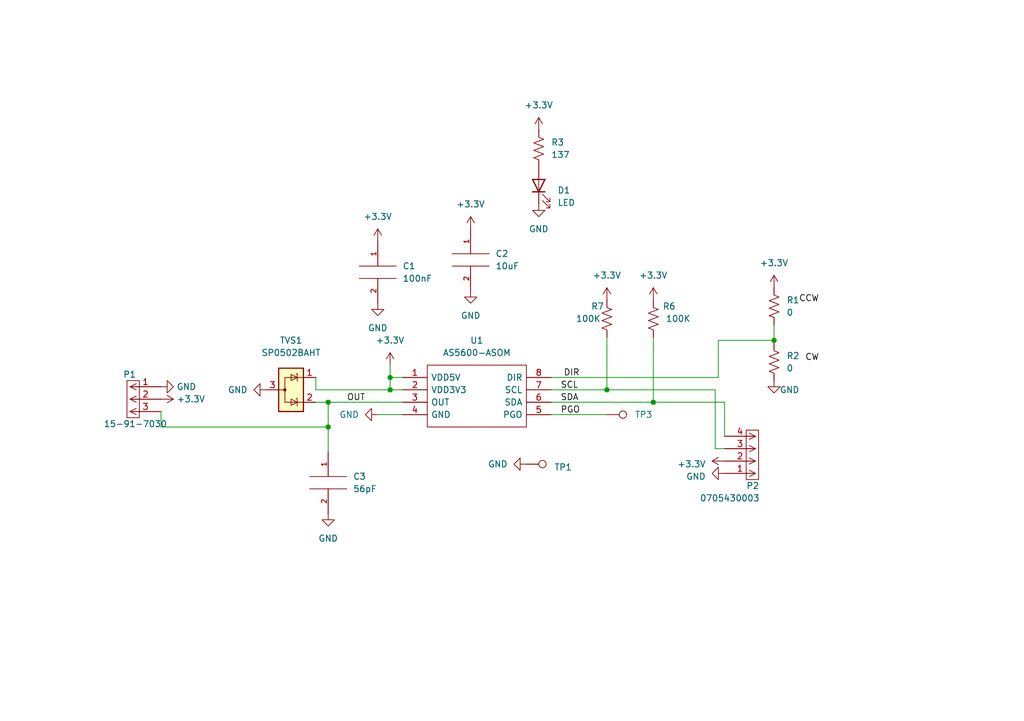
<source format=kicad_sch>
(kicad_sch (version 20230121) (generator eeschema)
  (paper "A5")
  (title_block (title "MAVcoder - Magnetic Shaft Encoder") (date "2023-03-06") (rev "4") (company "4272 Maverick Robotics"))
  (lib_symbols
    (symbol "Connector:TestPoint" (pin_numbers hide) (pin_names (offset 0.762) hide)
      (property "Reference" "TP" (at 0 6.858 0))
      (property "Value" "TestPoint" (at 0 5.08 0))
      (symbol "TestPoint_0_1"
        (circle (center 0 3.302) (radius 0.762))
      )
      (symbol "TestPoint_1_1"
        (pin passive line (at 0 0 90) (length 2.54) (name "1") (number "1"))
      )
    )
    (symbol "Device:LED" (pin_numbers hide) (pin_names (offset 1.016) hide)
      (property "Reference" "D" (at 0 2.54 0))
      (property "Value" "LED" (at 0 -2.54 0))
      (symbol "LED_0_1"
        (polyline (pts (xy -1.27 -1.27) (xy -1.27 1.27)) (stroke (width 0.254)))
        (polyline (pts (xy -1.27 0) (xy 1.27 0)))
        (polyline (pts (xy 1.27 -1.27) (xy 1.27 1.27) (xy -1.27 0) (xy 1.27 -1.27)) (stroke (width 0.254)))
        (polyline (pts (xy -3.048 -0.762) (xy -4.572 -2.286) (xy -3.81 -2.286) (xy -4.572 -2.286) (xy -4.572 -1.524)))
        (polyline (pts (xy -1.778 -0.762) (xy -3.302 -2.286) (xy -2.54 -2.286) (xy -3.302 -2.286) (xy -3.302 -1.524)))
      )
      (symbol "LED_1_1"
        (pin passive line (at -3.81 0 0) (length 2.54) (name "K") (number "1"))
        (pin passive line (at 3.81 0 180) (length 2.54) (name "A") (number "2"))
      )
    )
    (symbol "Device:R_US" (pin_numbers hide) (pin_names (offset 0))
      (property "Reference" "R" (at 2.54 0 90))
      (property "Value" "R_US" (at -2.54 0 90))
      (symbol "R_US_0_1"
        (polyline (pts (xy 0 -2.286) (xy 0 -2.54)))
        (polyline (pts (xy 0 2.286) (xy 0 2.54)))
        (polyline (pts (xy 0 -0.762) (xy 1.016 -1.143) (xy 0 -1.524) (xy -1.016 -1.905) (xy 0 -2.286)))
        (polyline (pts (xy 0 0.762) (xy 1.016 0.381) (xy 0 0) (xy -1.016 -0.381) (xy 0 -0.762)))
        (polyline (pts (xy 0 2.286) (xy 1.016 1.905) (xy 0 1.524) (xy -1.016 1.143) (xy 0 0.762)))
      )
      (symbol "R_US_1_1"
        (pin passive line (at 0 3.81 270) (length 1.27) (name "~") (number "1"))
        (pin passive line (at 0 -3.81 90) (length 1.27) (name "~") (number "2"))
      )
    )
    (symbol "Power_Protection:SP0502BAHT" (pin_names hide)
      (property "Reference" "D" (at 5.715 2.54 0))
      (property "Value" "SP0502BAHT" (at 5.715 0.635 0))
      (symbol "SP0502BAHT_0_0"
        (pin passive line (at 0 -5.08 90) (length 2.54) (name "A") (number "3"))
      )
      (symbol "SP0502BAHT_0_1"
        (rectangle (start -4.445 2.54) (end 4.445 -2.54) (stroke (width 0.254)) (fill (type background)))
        (circle (center 0 -1.27) (radius 0.254) (fill (type outline)))
        (polyline (pts (xy -2.54 2.54) (xy -2.54 1.27)))
        (polyline (pts (xy 0 -1.27) (xy 0 -2.54)))
        (polyline (pts (xy 2.54 2.54) (xy 2.54 1.27)))
        (polyline (pts (xy -3.302 1.016) (xy -3.302 1.27) (xy -1.905 1.27) (xy -1.778 1.27)))
        (polyline (pts (xy -2.54 1.27) (xy -2.54 -1.27) (xy 2.54 -1.27) (xy 2.54 1.27)))
        (polyline (pts (xy -2.54 1.27) (xy -1.905 0) (xy -3.175 0) (xy -2.54 1.27)))
        (polyline (pts (xy 1.778 1.016) (xy 1.778 1.27) (xy 3.175 1.27) (xy 3.302 1.27)))
        (polyline (pts (xy 2.54 1.27) (xy 1.905 0) (xy 3.175 0) (xy 2.54 1.27)))
      )
      (symbol "SP0502BAHT_1_1"
        (pin passive line (at -2.54 5.08 270) (length 2.54) (name "K") (number "1"))
        (pin passive line (at 2.54 5.08 270) (length 2.54) (name "K") (number "2"))
      )
    )
    (symbol "import:0015912045" (pin_names (offset 0.762))
      (property "Reference" "P?" (at 3.81 7.62 0))
      (property "Value" "0015912045" (at -5.715 -5.08 0))
      (symbol "0015912045_0_0"
        (pin passive line (at -0.635 5.08 0) (length 6.35) (name "") (number "1"))
        (pin passive line (at -0.635 2.54 0) (length 6.35) (name "") (number "2"))
        (pin passive line (at -0.635 0 0) (length 6.35) (name "") (number "3"))
        (pin passive line (at -0.635 -2.54 0) (length 6.35) (name "") (number "4"))
      )
      (symbol "0015912045_0_1"
        (polyline (pts (xy 5.715 -2.54) (xy 4.445 -3.175)))
        (polyline (pts (xy 5.715 -2.54) (xy 4.445 -1.905)))
        (polyline (pts (xy 5.715 0) (xy 4.445 -0.635)))
        (polyline (pts (xy 5.715 0) (xy 4.445 0.635)))
        (polyline (pts (xy 5.715 2.54) (xy 4.445 1.905)))
        (polyline (pts (xy 5.715 2.54) (xy 4.445 3.175)))
        (polyline (pts (xy 5.715 5.08) (xy 4.445 4.445)))
        (polyline (pts (xy 5.715 5.08) (xy 4.445 5.715)))
        (polyline (pts (xy 3.81 6.35) (xy 6.35 6.35) (xy 6.35 -3.81) (xy 3.81 -3.81) (xy 3.81 6.35)) (stroke (width 0.1524)))
      )
    )
    (symbol "import:15-91-7030" (pin_names (offset 0.762))
      (property "Reference" "P?" (at 3.175 5.08 0))
      (property "Value" "15-91-7030" (at -6.985 -5.08 0))
      (symbol "15-91-7030_0_0"
        (pin passive line (at -1.27 2.54 0) (length 6.35) (name "") (number "1"))
        (pin passive line (at -1.27 0 0) (length 6.35) (name "") (number "2"))
        (pin passive line (at -1.27 -2.54 0) (length 6.35) (name "") (number "3"))
      )
      (symbol "15-91-7030_0_1"
        (polyline (pts (xy 5.08 -2.54) (xy 3.81 -3.175)))
        (polyline (pts (xy 5.08 -2.54) (xy 3.81 -1.905)))
        (polyline (pts (xy 5.08 0) (xy 3.81 -0.635)))
        (polyline (pts (xy 5.08 0) (xy 3.81 0.635)))
        (polyline (pts (xy 5.08 2.54) (xy 3.81 1.905)))
        (polyline (pts (xy 5.08 2.54) (xy 3.81 3.175)))
        (polyline (pts (xy 3.175 3.81) (xy 5.715 3.81) (xy 5.715 -3.81) (xy 3.175 -3.81) (xy 3.175 3.81)) (stroke (width 0.1524)))
      )
    )
    (symbol "import:AS5600-ASOM" (pin_names (offset 0.762))
      (property "Reference" "IC" (at 26.67 7.62 0))
      (property "Value" "AS5600-ASOM" (at 26.67 5.08 0))
      (symbol "AS5600-ASOM_0_0"
        (pin passive line (at 0 0 0) (length 5.08) (name "VDD5V") (number "1"))
        (pin passive line (at 0 -2.54 0) (length 5.08) (name "VDD3V3") (number "2"))
        (pin passive line (at 0 -5.08 0) (length 5.08) (name "OUT") (number "3"))
        (pin passive line (at 0 -7.62 0) (length 5.08) (name "GND") (number "4"))
        (pin passive line (at 30.48 -7.62 180) (length 5.08) (name "PGO") (number "5"))
        (pin passive line (at 30.48 -5.08 180) (length 5.08) (name "SDA") (number "6"))
        (pin passive line (at 30.48 -2.54 180) (length 5.08) (name "SCL") (number "7"))
        (pin passive line (at 30.48 0 180) (length 5.08) (name "DIR") (number "8"))
      )
      (symbol "AS5600-ASOM_0_1"
        (polyline (pts (xy 5.08 2.54) (xy 25.4 2.54) (xy 25.4 -10.16) (xy 5.08 -10.16) (xy 5.08 2.54)) (stroke (width 0.1524)))
      )
    )
    (symbol "power:+3.3V" (power) (pin_names (offset 0))
      (property "Value" "+3.3V" (at 0 3.556 0))
      (symbol "+3.3V_0_1"
        (polyline (pts (xy -0.762 1.27) (xy 0 2.54)))
        (polyline (pts (xy 0 0) (xy 0 2.54)))
        (polyline (pts (xy 0 2.54) (xy 0.762 1.27)))
      )
      (symbol "+3.3V_1_1"
        (pin power_in line (at 0 0 90) (length 0) hide (name "+3.3V") (number "1"))
      )
    )
    (symbol "power:GND" (power) (pin_names (offset 0))
      (property "Value" "GND" (at 0 -3.81 0))
      (symbol "GND_0_1"
        (polyline (pts (xy 0 0) (xy 0 -1.27) (xy 1.27 -1.27) (xy 0 -2.54) (xy -1.27 -1.27) (xy 0 -1.27)))
      )
      (symbol "GND_1_1"
        (pin power_in line (at 0 0 270) (length 0) hide (name "GND") (number "1"))
      )
    )
    (symbol "pspice:C" (pin_names (offset 0.254))
      (property "Reference" "C" (at 2.54 3.81 90))
      (property "Value" "C" (at 2.54 -3.81 90))
      (symbol "C_0_1"
        (polyline (pts (xy -3.81 -1.27) (xy 3.81 -1.27)))
        (polyline (pts (xy -3.81 1.27) (xy 3.81 1.27)))
      )
      (symbol "C_1_1"
        (pin passive line (at 0 6.35 270) (length 5.08) (name "~") (number "1"))
        (pin passive line (at 0 -6.35 90) (length 5.08) (name "~") (number "2"))
      )
    )
    (symbol "pspice:CAP" (pin_names (offset 0.254))
      (property "Reference" "C" (at 2.54 3.81 90))
      (property "Value" "CAP" (at 2.54 -3.81 90))
      (symbol "CAP_0_1"
        (polyline (pts (xy -3.81 -1.27) (xy 3.81 -1.27)))
        (polyline (pts (xy -3.81 1.27) (xy 3.81 1.27)))
      )
      (symbol "CAP_1_1"
        (pin passive line (at 0 6.35 270) (length 5.08) (name "~") (number "1"))
        (pin passive line (at 0 -6.35 90) (length 5.08) (name "~") (number "2"))
      )
    )
  )
  (junction (at 124.46 80.01))
  (junction (at 80.01 80.01))
  (junction (at 80.01 77.47))
  (junction (at 67.31 87.63))
  (junction (at 67.31 82.55))
  (junction (at 158.75 69.85))
  (junction (at 133.985 82.55))
  (wire (pts (xy 80.01 80.01) (xy 64.77 80.01)))
  (wire (pts (xy 146.685 92.075) (xy 148.59 92.075)))
  (wire (pts (xy 124.46 69.215) (xy 124.46 80.01)))
  (wire (pts (xy 77.47 85.09) (xy 82.55 85.09)))
  (wire (pts (xy 133.985 82.55) (xy 133.985 69.215)))
  (wire (pts (xy 113.03 77.47) (xy 147.32 77.47)))
  (wire (pts (xy 113.03 85.09) (xy 124.46 85.09)))
  (wire (pts (xy 158.75 66.675) (xy 158.75 69.85)))
  (wire (pts (xy 158.75 69.85) (xy 158.75 70.485)))
  (wire (pts (xy 67.31 87.63) (xy 67.31 92.71)))
  (wire (pts (xy 80.01 74.93) (xy 80.01 77.47)))
  (wire (pts (xy 33.02 84.455) (xy 33.02 87.63)))
  (wire (pts (xy 67.31 82.55) (xy 82.55 82.55)))
  (wire (pts (xy 148.59 82.55) (xy 148.59 89.535)))
  (wire (pts (xy 82.55 80.01) (xy 80.01 80.01)))
  (wire (pts (xy 147.32 77.47) (xy 147.32 69.85)))
  (wire (pts (xy 124.46 80.01) (xy 146.685 80.01)))
  (wire (pts (xy 146.685 80.01) (xy 146.685 92.075)))
  (wire (pts (xy 113.03 80.01) (xy 124.46 80.01)))
  (wire (pts (xy 80.01 80.01) (xy 80.01 77.47)))
  (wire (pts (xy 133.985 82.55) (xy 148.59 82.55)))
  (wire (pts (xy 67.31 82.55) (xy 67.31 87.63)))
  (wire (pts (xy 113.03 82.55) (xy 133.985 82.55)))
  (wire (pts (xy 80.01 77.47) (xy 82.55 77.47)))
  (wire (pts (xy 64.77 82.55) (xy 67.31 82.55)))
  (wire (pts (xy 64.77 80.01) (xy 64.77 77.47)))
  (wire (pts (xy 147.32 69.85) (xy 158.75 69.85)))
  (wire (pts (xy 33.02 87.63) (xy 67.31 87.63)))
  (label "PGO" (at 114.935 85.09 0))
  (label "CW" (at 165.1 74.295 0))
  (label "SDA" (at 114.935 82.55 0))
  (label "SCL" (at 114.935 80.01 0))
  (label "OUT" (at 71.12 82.55 0))
  (label "CCW" (at 163.83 62.23 0))
  (label "DIR" (at 115.57 77.47 0))
  (symbol (lib_id "power:GND") (at 77.47 85.09 270) (unit 1)
    (property "Reference" "#PWR0106" (effects hide))
    (property "Value" "GND" (at 73.66 85.0899 90) (effects (justify right)))
  )
  (symbol (lib_id "power:+3.3V") (at 33.02 81.915 270) (unit 1)
    (property "Reference" "#PWR0113" (effects hide))
    (property "Value" "+3.3V" (at 36.195 81.9149 90) (effects (justify left)))
  )
  (symbol (lib_id "Power_Protection:SP0502BAHT") (at 59.69 80.01 270) (unit 1)
    (property "Reference" "TVS1" (at 59.69 69.85 90))
    (property "Value" "SP0502BAHT" (at 59.69 72.39 90))
    (property "Footprint" "Package_TO_SOT_SMD:SOT-23" (effects hide))
    (property "Datasheet" "http://www.littelfuse.com/~/media/files/littelfuse/technical%20resources/documents/data%20sheets/sp05xxba.pdf" (effects hide))
  )
  (symbol (lib_id "power:+3.3V") (at 158.75 59.055 0) (unit 1)
    (property "Reference" "#PWR0111" (effects hide))
    (property "Value" "+3.3V" (at 158.75 53.975 0))
  )
  (symbol (lib_id "Device:R_US") (at 158.75 62.865 0) (unit 1)
    (property "Reference" "R1" (at 161.29 61.5949 0) (effects (justify left)))
    (property "Value" "0" (at 161.29 64.1349 0) (effects (justify left)))
    (property "Footprint" "Resistor_SMD:R_0603_1608Metric_Pad0.98x0.95mm_HandSolder" (effects hide))
  )
  (symbol (lib_id "power:GND") (at 96.52 59.69 0) (unit 1)
    (property "Reference" "#PWR0103" (effects hide))
    (property "Value" "GND" (at 96.52 64.77 0))
  )
  (symbol (lib_id "Device:R_US") (at 110.49 30.48 0) (unit 1)
    (property "Reference" "R3" (at 113.03 29.2099 0) (effects (justify left)))
    (property "Value" "137" (at 113.03 31.7499 0) (effects (justify left)))
    (property "Footprint" "Resistor_SMD:R_0603_1608Metric_Pad0.98x0.95mm_HandSolder" (effects hide))
  )
  (symbol (lib_id "import:0015912045") (at 149.225 92.075 0) (mirror x) (unit 1)
    (property "Reference" "P2" (at 153.035 99.695 0) (effects (justify left)))
    (property "Value" "0705430003" (at 143.51 102.235 0) (effects (justify left)))
    (property "Footprint" "Connector_Molex:Molex_SL_171971-0004_1x04_P2.54mm_Vertical" (effects hide))
    (property "Datasheet" "https://www.molex.com/pdm_docs/sd/015912045_sd.pdf" (effects hide))
    (property "Description" "2.54mm Pitch SL Wire-to-Board Header, Low Profile, Surface Mount, Single Row, Right-Angle, 3.05mm Pocket, Shrouded, with Press-fit Plastic Peg,  Circuits, Tin (Sn) Plating, Embossed Tape Packaging" (effects hide))
    (property "Height" "7.38" (effects hide))
    (property "Manufacturer_Name" "Molex" (effects hide))
    (property "Manufacturer_Part_Number" "0015912045" (effects hide))
    (property "Mouser Part Number" "N/A" (effects hide))
    (property "Mouser Price/Stock" "https://www.mouser.com/Search/Refine.aspx?Keyword=N%2FA" (effects hide))
    (property "Arrow Part Number" "0015912045" (effects hide))
    (property "Arrow Price/Stock" "https://www.arrow.com/en/products/0015912045/molex" (effects hide))
  )
  (symbol (lib_id "Device:LED") (at 110.49 38.1 90) (unit 1)
    (property "Reference" "D1" (at 114.3 39.0525 90) (effects (justify right)))
    (property "Value" "LED" (at 114.3 41.5925 90) (effects (justify right)))
    (property "Footprint" "LED_THT:LED_D3.0mm" (effects hide))
  )
  (symbol (lib_id "power:GND") (at 158.75 78.105 0) (unit 1)
    (property "Reference" "#PWR0110" (effects hide))
    (property "Value" "GND" (at 161.925 80.01 0))
  )
  (symbol (lib_id "Connector:TestPoint") (at 107.95 95.25 270) (unit 1)
    (property "Reference" "TP1" (at 113.665 95.885 90) (effects (justify left)))
    (property "Value" "TestPoint" (effects hide))
    (property "Footprint" "TestPoint:TestPoint_THTPad_1.0x1.0mm_Drill0.5mm" (effects hide))
  )
  (symbol (lib_id "power:+3.3V") (at 80.01 74.93 0) (unit 1)
    (property "Reference" "#PWR0109" (effects hide))
    (property "Value" "+3.3V" (at 80.01 69.85 0))
  )
  (symbol (lib_id "power:GND") (at 110.49 41.91 0) (unit 1)
    (property "Reference" "#PWR0105" (effects hide))
    (property "Value" "GND" (at 110.49 46.99 0))
  )
  (symbol (lib_id "import:AS5600-ASOM") (at 82.55 77.47 0) (unit 1)
    (property "Reference" "U1" (at 97.79 69.85 0))
    (property "Value" "AS5600-ASOM" (at 97.79 72.39 0))
    (property "Footprint" "Package_SO:SOIC-8_3.9x4.9mm_P1.27mm" (effects hide))
    (property "Datasheet" "https://datasheet.datasheetarchive.com/originals/distributors/DKDS-11/214624.pdf" (effects hide))
    (property "Description" "IC SENSOR MAG ROTARY 12BIT 8SOIC" (effects hide))
    (property "Height" "1.75" (effects hide))
    (property "Mouser Part Number" "985-AS5600-ASOM" (effects hide))
    (property "Mouser Price/Stock" "https://www.mouser.co.uk/ProductDetail/ams/AS5600-ASOM?qs=KTMMzrZdriG6aU1h9lJCUQ%3D%3D" (effects hide))
    (property "Manufacturer_Name" "ams" (effects hide))
    (property "Manufacturer_Part_Number" "AS5600-ASOM" (effects hide))
  )
  (symbol (lib_id "Connector:TestPoint") (at 124.46 85.09 270) (unit 1)
    (property "Reference" "TP3" (at 130.175 85.0899 90) (effects (justify left)))
    (property "Value" "TestPoint" (effects hide))
    (property "Footprint" "TestPoint:TestPoint_THTPad_1.0x1.0mm_Drill0.5mm" (effects hide))
  )
  (symbol (lib_id "power:+3.3V") (at 124.46 61.595 0) (unit 1)
    (property "Reference" "#PWR0116" (effects hide))
    (property "Value" "+3.3V" (at 124.46 56.515 0))
  )
  (symbol (lib_id "Device:R_US") (at 158.75 74.295 0) (unit 1)
    (property "Reference" "R2" (at 161.29 73.0249 0) (effects (justify left)))
    (property "Value" "0" (at 161.29 75.5649 0) (effects (justify left)))
    (property "Footprint" "Resistor_SMD:R_0603_1608Metric_Pad0.98x0.95mm_HandSolder" (effects hide))
  )
  (symbol (lib_id "power:GND") (at 33.02 79.375 90) (unit 1)
    (property "Reference" "#PWR0114" (effects hide))
    (property "Value" "GND" (at 36.195 79.3749 90) (effects (justify right)))
  )
  (symbol (lib_id "power:+3.3V") (at 77.47 49.53 0) (unit 1)
    (property "Reference" "#PWR0102" (effects hide))
    (property "Value" "+3.3V" (at 77.47 44.45 0))
  )
  (symbol (lib_id "Device:R_US") (at 133.985 65.405 180) (unit 1)
    (property "Reference" "R6" (at 135.89 62.865 0) (effects (justify right)))
    (property "Value" "100K" (at 136.525 65.405 0) (effects (justify right)))
    (property "Footprint" "Resistor_SMD:R_0603_1608Metric_Pad0.98x0.95mm_HandSolder" (effects hide))
  )
  (symbol (lib_id "power:+3.3V") (at 148.59 94.615 90) (unit 1)
    (property "Reference" "#PWR02" (effects hide))
    (property "Value" "+3.3V" (at 144.78 95.25 90) (effects (justify left)))
  )
  (symbol (lib_id "pspice:CAP") (at 67.31 99.06 0) (unit 1)
    (property "Reference" "C3" (at 72.39 97.7899 0) (effects (justify left)))
    (property "Value" "56pF" (at 72.39 100.3299 0) (effects (justify left)))
    (property "Footprint" "Capacitor_SMD:C_0603_1608Metric_Pad1.08x0.95mm_HandSolder" (effects hide))
  )
  (symbol (lib_id "Device:R_US") (at 124.46 65.405 180) (unit 1)
    (property "Reference" "R7" (at 122.555 62.865 0))
    (property "Value" "100K" (at 120.65 65.405 0))
    (property "Footprint" "Resistor_SMD:R_0603_1608Metric_Pad0.98x0.95mm_HandSolder" (effects hide))
  )
  (symbol (lib_id "power:+3.3V") (at 110.49 26.67 0) (unit 1)
    (property "Reference" "#PWR0107" (effects hide))
    (property "Value" "+3.3V" (at 110.49 21.59 0))
  )
  (symbol (lib_id "power:GND") (at 77.47 62.23 0) (unit 1)
    (property "Reference" "#PWR0104" (effects hide))
    (property "Value" "GND" (at 77.47 67.31 0))
  )
  (symbol (lib_id "power:+3.3V") (at 96.52 46.99 0) (unit 1)
    (property "Reference" "#PWR0101" (effects hide))
    (property "Value" "+3.3V" (at 96.52 41.91 0))
  )
  (symbol (lib_id "pspice:C") (at 96.52 53.34 0) (unit 1)
    (property "Reference" "C2" (at 101.6 52.0699 0) (effects (justify left)))
    (property "Value" "10uF" (at 101.6 54.6099 0) (effects (justify left)))
    (property "Footprint" "Capacitor_SMD:C_0805_2012Metric_Pad1.18x1.45mm_HandSolder" (effects hide))
  )
  (symbol (lib_id "power:GND") (at 148.59 97.155 270) (unit 1)
    (property "Reference" "#PWR01" (effects hide))
    (property "Value" "GND" (at 144.78 97.79 90) (effects (justify right)))
  )
  (symbol (lib_id "power:GND") (at 107.95 95.25 270) (unit 1)
    (property "Reference" "#PWR03" (effects hide))
    (property "Value" "GND" (at 104.14 95.2499 90) (effects (justify right)))
  )
  (symbol (lib_id "pspice:C") (at 77.47 55.88 0) (unit 1)
    (property "Reference" "C1" (at 82.55 54.6099 0) (effects (justify left)))
    (property "Value" "100nF" (at 82.55 57.1499 0) (effects (justify left)))
    (property "Footprint" "Capacitor_SMD:C_0603_1608Metric_Pad1.08x0.95mm_HandSolder" (effects hide))
  )
  (symbol (lib_id "power:GND") (at 67.31 105.41 0) (unit 1)
    (property "Reference" "#PWR0115" (effects hide))
    (property "Value" "GND" (at 67.31 110.49 0))
  )
  (symbol (lib_id "power:+3.3V") (at 133.985 61.595 0) (unit 1)
    (property "Reference" "#PWR0112" (effects hide))
    (property "Value" "+3.3V" (at 133.985 56.515 0))
  )
  (symbol (lib_id "import:15-91-7030") (at 31.75 81.915 0) (mirror y) (unit 1)
    (property "Reference" "P1" (at 27.94 76.835 0) (effects (justify left)))
    (property "Value" "15-91-7030" (at 34.29 86.995 0) (effects (justify left)))
    (property "Footprint" "Library Loader:705550037" (effects hide))
    (property "Datasheet" "https://componentsearchengine.com/Datasheets/1/15-91-7030.pdf" (effects hide))
    (property "Description" "2.54mm Pitch SL Wire-to-Board Header, Low Profile, Surface Mount, Single Row, Right-Angle, 3.05mm Pocket, Shrouded, with Press-fit Plastic Peg,  Circuits, Tin (Sn) Plating, Embossed Tape Packaging" (effects hide))
    (property "Height" "7.38" (effects hide))
    (property "Mouser Part Number" "538-15-91-7030" (effects hide))
    (property "Mouser Price/Stock" "https://www.mouser.com/Search/Refine.aspx?Keyword=538-15-91-7030" (effects hide))
    (property "Manufacturer_Name" "Molex" (effects hide))
    (property "Manufacturer_Part_Number" "15-91-7030" (effects hide))
  )
  (symbol (lib_id "power:GND") (at 54.61 80.01 270) (unit 1)
    (property "Reference" "#PWR0108" (effects hide))
    (property "Value" "GND" (at 50.8 80.0099 90) (effects (justify right)))
  )
)
</source>
